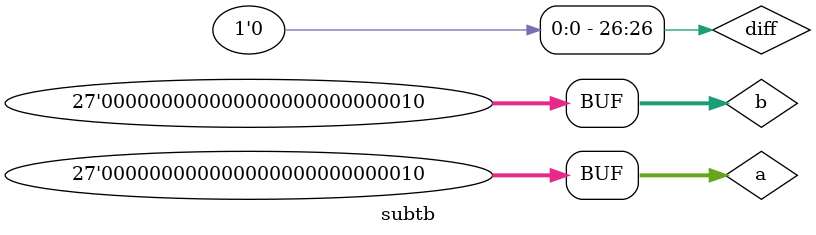
<source format=v>

module subtractor(input [25:0] a,b,
		  output [25:0]diff //the inputs are in two's complement form
		 );
wire [26:0] cin;
assign cin[0] = 1'b0;

genvar i;
generate begin
	for(i=0;i<26;i=i+1)
		fs f (a[i],b[i],cin[i], diff[i],cin[i+1]); 
end		
endgenerate
endmodule

//==================================//
//	1 BIT FULL SUBTRACTOR	    //
//==================================//

module fs(input a,b,c, //one bit operands
	  output diff,borr
	 );

assign diff = a ^ b ^c ;
assign borr = (~a & b) | (b & c) | (~a & c);

endmodule

module subtb;
reg [26:0] a,b;
wire [26:0] diff;

subtractor s(a,b,diff);

initial 
	$monitor("@%t ns: a= %d, b = %d, diff=%d",$time, a,b,diff);
initial begin
	a =27'h0000002;
	b = 27'b111_1111_1111_1111_1111_1111_1111;

#2
	a = 27'b111111111111111111111111111;
	b = 27'h0000002;
	
#2
	a = 27'h0000002;
	b = 27'h0000002;
	

end
endmodule

</source>
